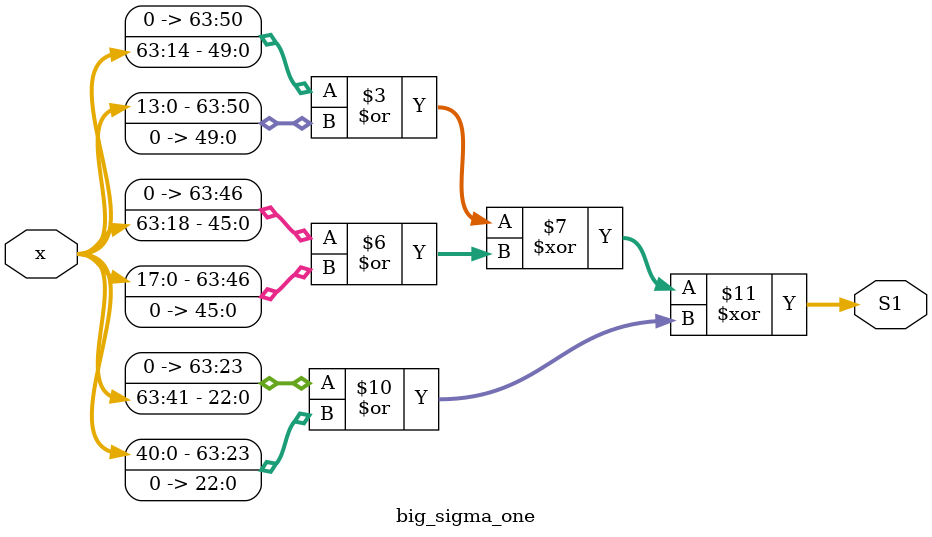
<source format=v>



`define Sigma1(x) (((x >>> 14)|(x<<<50)) ^ ((x >>> 18)|(x<<<46)) ^ ((x >>> 41)|(x<<<23)))

module big_sigma_one(
        input [63:0] x,
        output wire [63:0] S1);

        assign S1 =`Sigma1(x);
        
endmodule
</source>
